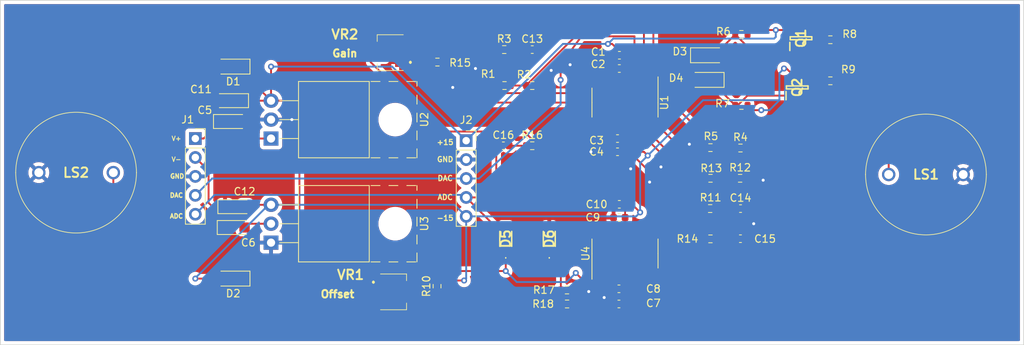
<source format=kicad_pcb>
(kicad_pcb (version 20211014) (generator pcbnew)
  (layers (0 "F.Cu" signal) (31 "B.Cu" signal) (34 "B.Paste" user) (35 "F.Paste" user) (36 "B.SilkS" user "B.Silkscreen") (37 "F.SilkS" user "F.Silkscreen") (38 "B.Mask" user) (39 "F.Mask" user) (44 "Edge.Cuts" user))
  (net 0 "")
  (net 1 "+15V")
  (net 2 "GND")
  (net 3 "-15V")
  (net 4 "powerIn+")
  (net 5 "powerIn-")
  (net 6 "Net-(C13-Pad1)")
  (net 7 "Net-(C13-Pad2)")
  (net 8 "Net-(C14-Pad1)")
  (net 9 "Net-(C14-Pad2)")
  (net 10 "Net-(C15-Pad2)")
  (net 11 "sigOut")
  (net 12 "Net-(C16-Pad2)")
  (net 13 "Net-(U1-Pad7)")
  (net 14 "Net-(R6-Pad2)")
  (net 15 "Net-(R7-Pad1)")
  (net 16 "3.3V")
  (net 17 "sigIn")
  (net 18 "Net-(R8-Pad1)")
  (net 19 "Net-(R9-Pad1)")
  (net 20 "Net-(R1-Pad2)")
  (net 21 "Net-(R4-Pad2)")
  (net 22 "Net-(R10-Pad1)")
  (net 23 "Net-(R12-Pad1)")
  (net 24 "Net-(R13-Pad2)")
  (net 25 "Net-(R15-Pad1)")
  (net 26 "Net-(R16-Pad2)")
  (net 28 "Net-(LS1-Pad1)")
  (footprint "Resistor_SMD:R_0603_1608Metric" (layer "F.Cu") (at 194.3466 67.7672 180)
    (fp_text reference "R5")
    (fp_text value "10k")
  )
  (footprint "SamacSys_Parts:3224W1205E" (layer "F.Cu") (at 151.818 87.122 180)
    (fp_text reference "VR1")
    (fp_text value "3224W-1-103E" hide)
  )
  (footprint "SamacSys_Parts:400ST16M" (layer "F.Cu") (at 218.266 71.374)
    (fp_text reference "LS1")
    (fp_text value "400ST16M" hide)
  )
  (footprint "Resistor_SMD:R_0603_1608Metric" (layer "F.Cu") (at 194.31 75.946 180)
    (fp_text reference "R11")
    (fp_text value "470")
  )
  (footprint "Connector_PinSocket_2.54mm:PinSocket_1x05_P2.54mm_Vertical" (layer "F.Cu") (at 161.569 66.832)
    (fp_text reference "J2")
    (fp_text value "Conn_01x05_Female" hide)
  )
  (footprint "Resistor_SMD:R_0603_1608Metric" (layer "F.Cu") (at 157.7086 56.2864 180)
    (fp_text reference "R15")
    (fp_text value "100")
  )
  (footprint "Capacitor_SMD:C_0603_1608Metric" (layer "F.Cu") (at 170.434 54.61)
    (fp_text reference "C13")
    (fp_text value "100n")
  )
  (footprint "Capacitor_SMD:C_0603_1608Metric" (layer "F.Cu") (at 181.877 66.548 180)
    (fp_text reference "C3")
    (fp_text value "100n")
  )
  (footprint "Capacitor_SMD:C_0603_1608Metric" (layer "F.Cu") (at 182.131 55.372 180)
    (fp_text reference "C1")
    (fp_text value "10n")
  )
  (footprint "SamacSys_Parts:SOT95P240X115-3N" (layer "F.Cu") (at 206.502 53.086 90)
    (fp_text reference "Q1")
    (fp_text value "SS8050-G" hide)
  )
  (footprint "Capacitor_SMD:C_0603_1608Metric" (layer "F.Cu") (at 182.0672 88.7476 180)
    (fp_text reference "C7")
    (fp_text value "10n")
  )
  (footprint "Capacitor_SMD:C_0603_1608Metric" (layer "F.Cu") (at 198.387 75.946)
    (fp_text reference "C14")
    (fp_text value "10n")
  )
  (footprint "Resistor_SMD:R_0603_1608Metric" (layer "F.Cu") (at 194.3547 71.882 180)
    (fp_text reference "R13")
    (fp_text value "390k")
  )
  (footprint "Capacitor_SMD:C_0603_1608Metric" (layer "F.Cu") (at 181.877 68.326 180)
    (fp_text reference "C4")
    (fp_text value "10n")
  )
  (footprint "Capacitor_SMD:C_0603_1608Metric" (layer "F.Cu") (at 182.118 75.373 180)
    (fp_text reference "C10")
    (fp_text value "10n")
  )
  (footprint "SamacSys_Parts:400ST16M" (layer "F.Cu") (at 114.22 71.12 180)
    (fp_text reference "LS2")
    (fp_text value "400ST16M" hide)
  )
  (footprint "Package_TO_SOT_THT:TO-220-3_Horizontal_TabUp" (layer "F.Cu") (at 135.382 66.548 90)
    (fp_text reference "U2")
    (fp_text value "L7815")
  )
  (footprint "Resistor_SMD:R_0603_1608Metric" (layer "F.Cu") (at 170.434 59.436)
    (fp_text reference "R2")
    (fp_text value "12k")
  )
  (footprint "Resistor_SMD:R_0603_1608Metric" (layer "F.Cu") (at 198.501 62.103)
    (fp_text reference "R7")
    (fp_text value "1k")
  )
  (footprint "Package_SO:SOIC-14_3.9x8.7mm_P1.27mm" (layer "F.Cu") (at 182.88 81.977 90)
    (fp_text reference "U4")
    (fp_text value "MC33079")
  )
  (footprint "SamacSys_Parts:B5819WSL" (layer "F.Cu") (at 166.878 80.01 90)
    (fp_text reference "D5")
    (fp_text value "B5819W.SL" hide)
  )
  (footprint "Package_TO_SOT_THT:TO-220-3_Horizontal_TabUp" (layer "F.Cu") (at 135.382 80.518 90)
    (fp_text reference "U3")
    (fp_text value "L7915")
  )
  (footprint "Resistor_SMD:R_0603_1608Metric" (layer "F.Cu") (at 210.439 58.801)
    (fp_text reference "R9")
    (fp_text value "100")
  )
  (footprint "Resistor_SMD:R_0603_1608Metric" (layer "F.Cu") (at 170.434 67.5132)
    (fp_text reference "R16")
    (fp_text value "10k")
  )
  (footprint "Resistor_SMD:R_0603_1608Metric" (layer "F.Cu") (at 175.1076 88.7476 180)
    (fp_text reference "R18")
    (fp_text value "10k")
  )
  (footprint "Resistor_SMD:R_0603_1608Metric" (layer "F.Cu") (at 198.3293 71.882)
    (fp_text reference "R12")
    (fp_text value "1k")
  )
  (footprint "Resistor_SMD:R_0603_1608Metric" (layer "F.Cu") (at 194.347 80.01)
    (fp_text reference "R14")
    (fp_text value "330")
  )
  (footprint "Capacitor_Tantalum_SMD:CP_EIA-3216-18_Kemet-A" (layer "F.Cu") (at 130.556 75.692)
    (fp_text reference "C12")
    (fp_text value "1u")
  )
  (footprint "Diode_SMD:D_SOD-123" (layer "F.Cu") (at 130.302 56.896 180)
    (fp_text reference "D1")
    (fp_text value "1N4148W")
  )
  (footprint "Capacitor_SMD:C_0603_1608Metric" (layer "F.Cu") (at 182.0672 86.7156 180)
    (fp_text reference "C8")
    (fp_text value "100n")
  )
  (footprint "Connector_PinSocket_2.54mm:PinSocket_1x05_P2.54mm_Vertical" (layer "F.Cu") (at 125.222 66.548)
    (fp_text reference "J1")
    (fp_text value "Conn_01x05_Female")
  )
  (footprint "Capacitor_SMD:C_0603_1608Metric" (layer "F.Cu") (at 182.118 77.151 180)
    (fp_text reference "C9")
    (fp_text value "100n")
  )
  (footprint "Diode_SMD:D_SOD-123" (layer "F.Cu") (at 130.302 85.344 180)
    (fp_text reference "D2")
    (fp_text value "1N4148W")
  )
  (footprint "Resistor_SMD:R_0603_1608Metric" (layer "F.Cu") (at 198.501 52.578 180)
    (fp_text reference "R6")
    (fp_text value "1k")
  )
  (footprint "Resistor_SMD:R_0603_1608Metric" (layer "F.Cu") (at 198.374 67.818 180)
    (fp_text reference "R4")
    (fp_text value "6.8k")
  )
  (footprint "Resistor_SMD:R_0603_1608Metric" (layer "F.Cu") (at 157.66 86.36 90)
    (fp_text reference "R10")
    (fp_text value "10k")
  )
  (footprint "SamacSys_Parts:SOT95P240X115-3N" (layer "F.Cu") (at 205.994 59.69 90)
    (fp_text reference "Q2")
    (fp_text value "S8550" hide)
  )
  (footprint "Resistor_SMD:R_0603_1608Metric" (layer "F.Cu") (at 175.0954 86.868)
    (fp_text reference "R17")
    (fp_text value "10k")
  )
  (footprint "Resistor_SMD:R_0603_1608Metric" (layer "F.Cu") (at 210.439 53.2892)
    (fp_text reference "R8")
    (fp_text value "100")
  )
  (footprint "Capacitor_Tantalum_SMD:CP_EIA-3216-18_Kemet-A" (layer "F.Cu") (at 129.968 64.262)
    (fp_text reference "C5")
    (fp_text value "0.33u")
  )
  (footprint "Resistor_SMD:R_0603_1608Metric" (layer "F.Cu") (at 166.6748 54.61)
    (fp_text reference "R3")
    (fp_text value "100k")
  )
  (footprint "SamacSys_Parts:B5819WSL" (layer "F.Cu") (at 172.72 80.01 90)
    (fp_text reference "D6")
    (fp_text value "B5819W.SL" hide)
  )
  (footprint "Capacitor_SMD:C_0603_1608Metric" (layer "F.Cu") (at 198.374 79.985 180)
    (fp_text reference "C15")
    (fp_text value "10n")
  )
  (footprint "Capacitor_Tantalum_SMD:CP_EIA-3216-18_Kemet-A" (layer "F.Cu") (at 130.476 78.486)
    (fp_text reference "C6")
    (fp_text value "2.2u")
  )
  (footprint "Capacitor_Tantalum_SMD:CP_EIA-3216-18_Kemet-A" (layer "F.Cu") (at 130.048 61.468 180)
    (fp_text reference "C11")
    (fp_text value "0.1u")
  )
  (footprint "Diode_SMD:D_SOD-123" (layer "F.Cu") (at 193.928 55.372)
    (fp_text reference "D3")
    (fp_text value "1N4148W")
  )
  (footprint "Diode_SMD:D_SOD-123" (layer "F.Cu") (at 193.928 58.674 180)
    (fp_text reference "D4")
    (fp_text value "1N4148W")
  )
  (footprint "Capacitor_SMD:C_0603_1608Metric" (layer "F.Cu") (at 166.56 67.5132)
    (fp_text reference "C16")
    (fp_text value "100n")
  )
  (footprint "Package_SO:SOIC-14_3.9x8.7mm_P1.27mm" (layer "F.Cu") (at 182.88 61.722 -90)
    (fp_text reference "U1")
    (fp_text value "MC33079")
  )
  (footprint "Resistor_SMD:R_0603_1608Metric" (layer "F.Cu") (at 166.7134 59.436)
    (fp_text reference "R1")
    (fp_text value "33k")
  )
  (footprint "Capacitor_SMD:C_0603_1608Metric" (layer "F.Cu") (at 182.118 57.15 180)
    (fp_text reference "C2")
    (fp_text value "100n")
  )
  (footprint "SamacSys_Parts:3224W1205E" (layer "F.Cu") (at 151.379 55.019)
    (fp_text reference "VR2")
    (fp_text value "3224W-1-103E" hide)
  )
  (gr_rect (start 99.06 94.234) (end 236.381879 48.006) (layer "Edge.Cuts") (width 0.1) (fill none))
  (gr_text "Gain" (at 145.288 55.118) (layer "F.SilkS") (effects (font (size 1 1) (thickness 0.25))))
  (gr_text "ADC" (at 158.75 74.422) (layer "F.SilkS") (effects (font (size 0.7 0.7))))
  (gr_text "DAC" (at 122.682 74.168) (layer "F.SilkS") (effects (font (size 0.6 0.6))))
  (gr_text "GND" (at 122.7836 71.6026) (layer "F.SilkS") (effects (font (size 0.6 0.6))))
  (gr_text "Offset" (at 144.2996 87.4268) (layer "F.SilkS") (effects (font (size 1 1) (thickness 0.25))))
  (gr_text "+15" (at 158.74893 67.046921) (layer "F.SilkS") (effects (font (size 0.7 0.7))))
  (gr_text "V+" (at 122.682 66.548) (layer "F.SilkS") (effects (font (size 0.6 0.6) (thickness 0.125))))
  (gr_text "GND" (at 158.75 69.342) (layer "F.SilkS") (effects (font (size 0.7 0.7))))
  (gr_text "-15" (at 158.75 77.216) (layer "F.SilkS") (effects (font (size 0.7 0.7))))
  (gr_text "V-" (at 122.682 69.342) (layer "F.SilkS") (effects (font (size 0.6 0.6) (thickness 0.125))))
  (gr_text "DAC" (at 158.75 71.882) (layer "F.SilkS") (effects (font (size 0.7 0.7))))
  (gr_text "ADC" (at 122.682 76.962) (layer "F.SilkS") (effects (font (size 0.6 0.6))))
  (segment (start 137.817 61.468) (end 139.192 62.843) (width 0.25) (layer "F.Cu") (net 1))
  (segment (start 135.382 56.896) (end 135.382 61.468) (width 0.25) (layer "F.Cu") (net 1))
  (segment (start 182.906 55.372) (end 182.906 57.137) (width 0.25) (layer "F.Cu") (net 1))
  (segment (start 206.502 51.986) (end 203.116 51.986) (width 0.25) (layer "F.Cu") (net 1))
  (segment (start 182.679528 55.372) (end 181.155528 53.848) (width 0.25) (layer "F.Cu") (net 1))
  (segment (start 182.893 59.234) (end 182.88 59.247) (width 0.25) (layer "F.Cu") (net 1))
  (segment (start 139.192 79.248) (end 150.0416 90.0976) (width 0.25) (layer "F.Cu") (net 1))
  (segment (start 182.88 84.452) (end 182.88 86.6778) (width 0.25) (layer "F.Cu") (net 1))
  (segment (start 182.88 86.6778) (end 182.8422 86.7156) (width 0.25) (layer "F.Cu") (net 1))
  (segment (start 131.398 61.468) (end 135.382 61.468) (width 0.25) (layer "F.Cu") (net 1))
  (segment (start 182.906 55.372) (end 182.679528 55.372) (width 0.25) (layer "F.Cu") (net 1))
  (segment (start 131.952 56.896) (end 131.952 58.038) (width 0.25) (layer "F.Cu") (net 1))
  (segment (start 131.952 58.038) (end 135.382 61.468) (width 0.25) (layer "F.Cu") (net 1))
  (segment (start 139.192 62.843) (end 139.192 79.248) (width 0.25) (layer "F.Cu") (net 1))
  (segment (start 182.8422 86.7156) (end 182.8422 88.7476) (width 0.25) (layer "F.Cu") (net 1))
  (segment (start 182.906 57.137) (end 182.893 57.15) (width 0.25) (layer "F.Cu") (net 1))
  (segment (start 199.918 51.986) (end 199.326 52.578) (width 0.25) (layer "F.Cu") (net 1))
  (segment (start 182.893 57.15) (end 182.893 59.234) (width 0.25) (layer "F.Cu") (net 1))
  (segment (start 182.88 89.154) (end 182.88 84.452) (width 0.25) (layer "F.Cu") (net 1))
  (segment (start 181.155528 53.848) (end 180.594 53.848) (width 0.25) (layer "F.Cu") (net 1))
  (segment (start 150.0416 90.0976) (end 181.9364 90.0976) (width 0.25) (layer "F.Cu") (net 1))
  (segment (start 135.382 61.468) (end 137.817 61.468) (width 0.25) (layer "F.Cu") (net 1))
  (segment (start 203.116 51.986) (end 199.918 51.986) (width 0.25) (layer "F.Cu") (net 1))
  (segment (start 181.9364 90.0976) (end 182.88 89.154) (width 0.25) (layer "F.Cu") (net 1))
  (via (at 135.382 56.896) (size 0.8) (drill 0.4) (layers "F.Cu" "B.Cu") (net 1))
  (via (at 180.594 53.848) (size 0.8) (drill 0.4) (layers "F.Cu" "B.Cu") (net 1))
  (via (at 203.116 51.986) (size 0.8) (drill 0.4) (layers "F.Cu" "B.Cu") (net 1))
  (segment (start 180.594 53.848) (end 181.3052 53.1368) (width 0.25) (layer "B.Cu") (net 1))
  (segment (start 174.553 53.848) (end 180.594 53.848) (width 0.25) (layer "B.Cu") (net 1))
  (segment (start 151.633 56.896) (end 161.569 66.832) (width 0.25) (layer "B.Cu") (net 1))
  (segment (start 181.3052 53.1368) (end 202.8952 53.1368) (width 0.25) (layer "B.Cu") (net 1))
  (segment (start 202.8952 53.1368) (end 203.116 52.916) (width 0.25) (layer "B.Cu") (net 1))
  (segment (start 203.116 52.916) (end 203.116 51.986) (width 0.25) (layer "B.Cu") (net 1))
  (segment (start 135.382 56.896) (end 151.633 56.896) (width 0.25) (layer "B.Cu") (net 1))
  (segment (start 161.569 66.832) (end 174.553 53.848) (width 0.25) (layer "B.Cu") (net 1))
  (segment (start 177.597855 87.082345) (end 178.014345 87.082345) (width 0.25) (layer "F.Cu") (net 2))
  (segment (start 171.259 59.436) (end 171.259 59.119) (width 0.25) (layer "F.Cu") (net 2))
  (segment (start 156.8836 56.2864) (end 156.8836 56.8076) (width 0.25) (layer "F.Cu") (net 2))
  (segment (start 195.517 77.978) (end 200.152 77.978) (width 0.25) (layer "F.Cu") (net 2))
  (segment (start 185.42 72.39) (end 183.642 70.612) (width 0.25) (layer "F.Cu") (net 2))
  (segment (start 135.382 64.008) (end 138.176 64.008) (width 0.25) (layer "F.Cu") (net 2))
  (segment (start 156.8836 56.8076) (end 159.766 59.69) (width 0.25) (layer "F.Cu") (net 2))
  (segment (start 175.9326 88.7476) (end 177.597855 87.082345) (width 0.25) (layer "F.Cu") (net 2))
  (segment (start 201.422 72.136) (end 199.4083 72.136) (width 0.25) (layer "F.Cu") (net 2))
  (segment (start 193.5216 67.7672) (end 191.9732 67.7672) (width 0.25) (layer "F.Cu") (net 2))
  (segment (start 193.485 75.946) (end 195.517 77.978) (width 0.25) (layer "F.Cu") (net 2))
  (segment (start 199.4083 72.136) (end 199.1543 71.882) (width 0.25) (layer "F.Cu") (net 2))
  (segment (start 171.259 59.119) (end 172.974 57.404) (width 0.25) (layer "F.Cu") (net 2))
  (segment (start 181.102 68.326) (end 178.308 68.326) (width 0.25) (layer "F.Cu") (net 2))
  (segment (start 186.182 72.39) (end 185.42 72.39) (width 0.25) (layer "F.Cu") (net 2))
  (segment (start 191.9732 67.7672) (end 191.516 67.31) (width 0.25) (layer "F.Cu") (net 2))
  (via (at 201.422 72.136) (size 0.8) (drill 0.4) (layers "F.Cu" "B.Cu") (net 2))
  (via (at 187.706 70.358) (size 0.8) (drill 0.4) (layers "F.Cu" "B.Cu") (net 2))
  (via (at 178.308 68.326) (size 0.8) (drill 0.4) (layers "F.Cu" "B.Cu") (net 2))
  (via (at 200.152 77.978) (size 0.8) (drill 0.4) (layers "F.Cu" "B.Cu") (net 2))
  (via (at 183.642 70.612) (size 0.8) (drill 0.4) (layers "F.Cu" "B.Cu") (net 2))
  (via (at 138.176 64.008) (size 0.8) (drill 0.4) (layers "F.Cu" "B.Cu") (net 2))
  (via (at 186.182 72.39) (size 0.8) (drill 0.4) (layers "F.Cu" "B.Cu") (net 2))
  (via (at 178.014345 87.082345) (size 0.8) (drill 0.4) (layers "F.Cu" "B.Cu") (net 2))
  (via (at 175.514 56.642) (size 0.8) (drill 0.4) (layers "F.Cu" "B.Cu") (net 2))
  (via (at 172.974 57.404) (size 0.8) (drill 0.4) (layers "F.Cu" "B.Cu") (net 2))
  (via (at 159.766 59.69) (size 0.8) (drill 0.4) (layers "F.Cu" "B.Cu") (net 2))
  (via (at 191.516 67.31) (size 0.8) (drill 0.4) (layers "F.Cu" "B.Cu") (net 2))
  (via (at 180.086 87.884) (size 0.8) (drill 0.4) (layers "F.Cu" "B.Cu") (net 2))
  (via (at 162.814 57.15) (size 0.8) (drill 0.4) (layers "F.Cu" "B.Cu") (net 2))
  (segment (start 191.516 67.31) (end 188.722 67.31) (width 0.25) (layer "B.Cu") (net 2))
  (segment (start 186.69 69.342) (end 186.182 69.85) (width 0.25) (layer "B.Cu") (net 2))
  (segment (start 173.736 56.642) (end 175.514 56.642) (width 0.25) (layer "B.Cu") (net 2))
  (segment (start 200.152 77.978) (end 200.152 73.406) (width 0.25) (layer "B.Cu") (net 2))
  (segment (start 180.594 70.612) (end 183.642 70.612) (width 0.25) (layer "B.Cu") (net 2))
  (segment (start 178.014345 87.082345) (end 179.284345 87.082345) (width 0.25) (layer "B.Cu") (net 2))
  (segment (start 186.69 69.342) (end 187.706 70.358) (width 0.25) (layer "B.Cu") (net 2))
  (segment (start 159.766 59.69) (end 162.306 57.15) (width 0.25) (layer "B.Cu") (net 2))
  (segment (start 200.152 73.406) (end 201.422 72.136) (width 0.25) (layer "B.Cu") (net 2))
  (segment (start 162.306 57.15) (end 162.814 57.15) (width 0.25) (layer "B.Cu") (net 2))
  (segment (start 186.182 69.85) (end 186.182 72.39) (width 0.25) (layer "B.Cu") (net 2))
  (segment (start 178.308 68.326) (end 180.594 70.612) (width 0.25) (layer "B.Cu") (net 2))
  (segment (start 188.722 67.31) (end 186.69 69.342) (width 0.25) (layer "B.Cu") (net 2))
  (segment (start 172.974 57.404) (end 173.736 56.642) (width 0.25) (layer "B.Cu") (net 2))
  (segment (start 179.284345 87.082345) (end 180.086 87.884) (width 0.25) (layer "B.Cu") (net 2))
  (segment (start 201.168 62.738) (end 199.961 62.738) (width 0.25) (layer "F.Cu") (net 3))
  (segment (start 157.66 85.535) (end 157.723 85.598) (width 0.25) (layer "F.Cu") (net 3))
  (segment (start 182.893 75.373) (end 183.831 75.373) (width 0.25) (layer "F.Cu") (net 3))
  (segment (start 185.42 68.326) (end 185.928 68.834) (width 0.25) (layer "F.Cu") (net 3))
  (segment (start 204.216 57.15) (end 204.554 57.15) (width 0.25) (layer "F.Cu") (net 3))
  (segment (start 199.961 62.738) (end 199.326 62.103) (width 0.25) (layer "F.Cu") (net 3))
  (segment (start 132.16 75.438) (end 135.382 75.438) (width 0.25) (layer "F.Cu") (net 3))
  (segment (start 183.831 75.373) (end 184.912 76.454) (width 0.25) (layer "F.Cu") (net 3))
  (segment (start 204.554 57.15) (end 205.994 58.59) (width 0.25) (layer "F.Cu") (net 3))
  (segment (start 131.906 75.692) (end 132.16 75.438) (width 0.25) (layer "F.Cu") (net 3))
  (segment (start 182.652 66.548) (end 182.652 64.425) (width 0.25) (layer "F.Cu") (net 3))
  (segment (start 125.222 85.344) (end 128.652 85.344) (width 0.25) (layer "F.Cu") (net 3))
  (segment (start 182.652 64.425) (end 182.88 64.197) (width 0.25) (layer "F.Cu") (net 3))
  (segment (start 182.893 75.373) (end 182.893 77.151) (width 0.25) (layer "F.Cu") (net 3))
  (segment (start 157.723 85.598) (end 161.29 85.598) (width 0.25) (layer "F.Cu") (net 3))
  (segment (start 182.652 68.326) (end 182.652 66.548) (width 0.25) (layer "F.Cu") (net 3))
  (segment (start 182.893 77.151) (end 182.893 79.489) (width 0.25) (layer "F.Cu") (net 3))
  (segment (start 182.893 79.489) (end 182.88 79.502) (width 0.25) (layer "F.Cu") (net 3))
  (segment (start 182.652 68.326) (end 185.42 68.326) (width 0.25) (layer "F.Cu") (net 3))
  (via (at 125.222 85.344) (size 0.8) (drill 0.4) (layers "F.Cu" "B.Cu") (net 3))
  (via (at 204.216 57.15) (size 0.8) (drill 0.4) (layers "F.Cu" "B.Cu") (net 3))
  (via (at 184.912 76.454) (size 0.8) (drill 0.4) (layers "F.Cu" "B.Cu") (net 3))
  (via (at 201.168 62.738) (size 0.8) (drill 0.4) (layers "F.Cu" "B.Cu") (net 3))
  (via (at 185.928 68.834) (size 0.8) (drill 0.4) (layers "F.Cu" "B.Cu") (net 3))
  (via (at 161.29 85.598) (size 0.8) (drill 0.4) (layers "F.Cu" "B.Cu") (net 3))
  (segment (start 161.29 85.598) (end 161.569 85.319) (width 0.25) (layer "B.Cu") (net 3))
  (segment (start 184.912 69.85) (end 185.928 68.834) (width 0.25) (layer "B.Cu") (net 3))
  (segment (start 135.382 75.438) (end 160.015 75.438) (width 0.25) (layer "B.Cu") (net 3))
  (segment (start 184.374 76.992) (end 184.912 76.454) (width 0.25) (layer "B.Cu") (net 3))
  (segment (start 203.602 61.403) (end 203.602 57.764) (width 0.25) (layer "B.Cu") (net 3))
  (segment (start 125.2728 85.2932) (end 125.222 85.344) (width 0.25) (layer "B.Cu") (net 3))
  (segment (start 202.267 62.738) (end 201.168 62.738) (width 0.25) (layer "B.Cu") (net 3))
  (segment (start 203.602 57.764) (end 204.216 57.15) (width 0.25) (layer "B.Cu") (net 3))
  (segment (start 184.912 76.454) (end 184.912 69.85) (width 0.25) (layer "B.Cu") (net 3))
  (segment (start 203.602 61.403) (end 202.267 62.738) (width 0.25) (layer "B.Cu") (net 3))
  (segment (start 161.569 76.992) (end 184.374 76.992) (width 0.25) (layer "B.Cu") (net 3))
  (segment (start 160.015 75.438) (end 161.569 76.992) (width 0.25) (layer "B.Cu") (net 3))
  (segment (start 161.569 85.319) (end 161.569 76.992) (width 0.25) (layer "B.Cu") (net 3))
  (segment (start 185.928 68.834) (end 193.359 61.403) (width 0.25) (layer "B.Cu") (net 3))
  (segment (start 135.382 75.438) (end 135.0518 75.438) (width 0.25) (layer "B.Cu") (net 3))
  (segment (start 125.2728 85.217) (end 125.2728 85.2932) (width 0.25) (layer "B.Cu") (net 3))
  (segment (start 193.359 61.403) (end 203.602 61.403) (width 0.25) (layer "B.Cu") (net 3))
  (segment (start 135.0518 75.438) (end 125.2728 85.217) (width 0.25) (layer "B.Cu") (net 3))
  (segment (start 128.618 64.262) (end 126.332 66.548) (width 0.25) (layer "F.Cu") (net 4))
  (segment (start 135.382 66.548) (end 130.904 66.548) (width 0.25) (layer "F.Cu") (net 4))
  (segment (start 126.332 66.548) (end 125.222 66.548) (width 0.25) (layer "F.Cu") (net 4))
  (segment (start 130.904 66.548) (end 128.618 64.262) (width 0.25) (layer "F.Cu") (net 4))
  (segment (start 130.281 76.941) (end 128.766827 76.941) (width 0.25) (layer "F.Cu") (net 5))
  (segment (start 131.826 78.486) (end 132.334 77.978) (width 0.25) (layer "F.Cu") (net 5))
  (segment (start 127 75.174173) (end 127 70.866) (width 0.25) (layer "F.Cu") (net 5))
  (segment (start 132.334 77.978) (end 135.382 77.978) (width 0.25) (layer "F.Cu") (net 5))
  (segment (start 127 70.866) (end 125.222 69.088) (width 0.25) (layer "F.Cu") (net 5))
  (segment (start 128.766827 76.941) (end 127 75.174173) (width 0.25) (layer "F.Cu") (net 5))
  (segment (start 131.826 78.486) (end 130.281 76.941) (width 0.25) (layer "F.Cu") (net 5))
  (segment (start 167.4998 54.61) (end 169.659 54.61) (width 0.25) (layer "F.Cu") (net 6))
  (segment (start 175.440432 60.452) (end 178.495432 57.397) (width 0.25) (layer "F.Cu") (net 6))
  (segment (start 178.495432 57.397) (end 180.207462 57.397) (width 0.25) (layer "F.Cu") (net 6))
  (segment (start 165.616227 60.452) (end 175.440432 60.452) (width 0.25) (layer "F.Cu") (net 6))
  (segment (start 180.207462 57.397) (end 181.61 58.799538) (width 0.25) (layer "F.Cu") (net 6))
  (segment (start 165.1134 58.922827) (end 165.1134 59.949173) (width 0.25) (layer "F.Cu") (net 6))
  (segment (start 165.1134 59.949173) (end 165.616227 60.452) (width 0.25) (layer "F.Cu") (net 6))
  (segment (start 181.61 58.799538) (end 181.61 59.247) (width 0.25) (layer "F.Cu") (net 6))
  (segment (start 169.659 54.61) (end 169.426227 54.61) (width 0.25) (layer "F.Cu") (net 6))
  (segment (start 169.426227 54.61) (end 165.1134 58.922827) (width 0.25) (layer "F.Cu") (net 6))
  (segment (start 171.209 55.867) (end 171.209 54.61) (width 0.25) (layer "F.Cu") (net 7))
  (segment (start 165.8884 59.436) (end 166.156528 59.436) (width 0.25) (layer "F.Cu") (net 7))
  (segment (start 166.156528 59.436) (end 168.696528 56.896) (width 0.25) (layer "F.Cu") (net 7))
  (segment (start 186.69 51.562) (end 174.257 51.562) (width 0.25) (layer "F.Cu") (net 7))
  (segment (start 170.18 56.896) (end 171.209 55.867) (width 0.25) (layer "F.Cu") (net 7))
  (segment (start 174.257 51.562) (end 171.209 54.61) (width 0.25) (layer "F.Cu") (net 7))
  (segment (start 186.69 59.247) (end 186.69 51.562) (width 0.25) (layer "F.Cu") (net 7))
  (segment (start 168.696528 56.896) (end 170.18 56.896) (width 0.25) (layer "F.Cu") (net 7))
  (segment (start 184.15 64.961) (end 184.15 64.197) (width 0.25) (layer "F.Cu") (net 8))
  (segment (start 195.135 75.946) (end 197.612 75.946) (width 0.25) (layer "F.Cu") (net 8))
  (segment (start 195.135 75.946) (end 184.15 64.961) (width 0.25) (layer "F.Cu") (net 8))
  (segment (start 189.839217 90.5476) (end 128.6476 90.5476) (width 0.25) (layer "F.Cu") (net 9))
  (segment (start 128.6476 90.5476) (end 114.22 76.12) (width 0.25) (layer "F.Cu") (net 9))
  (segment (start 200.877 79.509817) (end 189.839217 90.5476) (width 0.25) (layer "F.Cu") (net 9))
  (segment (start 114.22 76.12) (end 114.22 71.12) (width 0.25) (layer "F.Cu") (net 9))
  (segment (start 199.162 75.946) (end 200.877 77.661) (width 0.25) (layer "F.Cu") (net 9))
  (segment (start 200.877 77.661) (end 200.877 79.509817) (width 0.25) (layer "F.Cu") (net 9))
  (segment (start 184.338 69.176) (end 176.618 69.176) (width 0.25) (layer "F.Cu") (net 10))
  (segment (start 195.172 80.01) (end 197.574 80.01) (width 0.25) (layer "F.Cu") (net 10))
  (segment (start 195.172 80.01) (end 184.338 69.176) (width 0.25) (layer "F.Cu") (net 10))
  (segment (start 176.53 67.444106) (end 178.810356 67.444106) (width 0.25) (layer "F.Cu") (net 10))
  (segment (start 178.810356 67.444106) (end 181.61 64.644462) (width 0.25) (layer "F.Cu") (net 10))
  (segment (start 176.53 69.088) (end 176.53 67.444106) (width 0.25) (layer "F.Cu") (net 10))
  (segment (start 176.618 69.176) (end 176.53 69.088) (width 0.25) (layer "F.Cu") (net 10))
  (segment (start 197.574 80.01) (end 197.599 79.985) (width 0.25) (layer "F.Cu") (net 10))
  (segment (start 181.61 64.644462) (end 181.61 64.197) (width 0.25) (layer "F.Cu") (net 10))
  (segment (start 174.2826 86.8802) (end 174.2704 86.868) (width 0.25) (layer "F.Cu") (net 11))
  (segment (start 174.2826 88.7476) (end 174.2826 86.8802) (width 0.25) (layer "F.Cu") (net 11))
  (segment (start 169.322 78.39) (end 166.878 78.39) (width 0.25) (layer "F.Cu") (net 11))
  (segment (start 165.608 72.898) (end 165.608 67.6902) (width 0.25) (layer "F.Cu") (net 11))
  (segment (start 165.608 72.898) (end 164.054 74.452) (width 0.25) (layer "F.Cu") (net 11))
  (segment (start 165.507 78.39) (end 161.569 74.452) (width 0.25) (layer "F.Cu") (net 11))
  (segment (start 169.672 81.534) (end 169.672 78.74) (width 0.25) (layer "F.Cu") (net 11))
  (segment (start 172.72 81.63) (end 169.768 81.63) (width 0.25) (layer "F.Cu") (net 11))
  (segment (start 170.9684 83.8464) (end 169.672 82.55) (width 0.25) (layer "F.Cu") (net 11))
  (segment (start 169.672 82.55) (end 169.672 81.534) (width 0.25) (layer "F.Cu") (net 11))
  (segment (start 165.608 67.6902) (end 165.785 67.5132) (width 0.25) (layer "F.Cu") (net 11))
  (segment (start 169.768 81.63) (end 169.672 81.534) (width 0.25) (layer "F.Cu") (net 11))
  (segment (start 166.878 78.39) (end 165.507 78.39) (width 0.25) (layer "F.Cu") (net 11))
  (segment (start 174.2704 83.8464) (end 170.9684 83.8464) (width 0.25) (layer "F.Cu") (net 11))
  (segment (start 164.054 74.452) (end 161.569 74.452) (width 0.25) (layer "F.Cu") (net 11))
  (segment (start 169.672 78.74) (end 169.322 78.39) (width 0.25) (layer "F.Cu") (net 11))
  (segment (start 174.2704 86.868) (end 174.2704 83.8464) (width 0.25) (layer "F.Cu") (net 11))
  (segment (start 125.222 76.708) (end 127.8195 74.1105) (width 0.25) (layer "B.Cu") (net 11))
  (segment (start 161.853 74.168) (end 161.569 74.452) (width 0.25) (layer "B.Cu") (net 11))
  (segment (start 127.8195 74.1105) (end 161.2275 74.1105) (width 0.25) (layer "B.Cu") (net 11))
  (segment (start 161.2275 74.1105) (end 161.569 74.452) (width 0.25) (layer "B.Cu") (net 11))
  (segment (start 169.609 67.5132) (end 167.335 67.5132) (width 0.25) (layer "F.Cu") (net 12))
  (segment (start 179.07 59.247) (end 179.07 59.702) (width 0.25) (layer "F.Cu") (net 13))
  (segment (start 192.278 58.674) (end 192.278 55.372) (width 0.25) (layer "F.Cu") (net 13))
  (segment (start 179.07 59.702) (end 179.965 60.597) (width 0.25) (layer "F.Cu") (net 13))
  (segment (start 192.278 58.674) (end 191.197 58.674) (width 0.25) (layer "F.Cu") (net 13))
  (segment (start 179.965 60.597) (end 189.274 60.597) (width 0.25) (layer "F.Cu") (net 13))
  (segment (start 191.197 58.674) (end 189.274 60.597) (width 0.25) (layer "F.Cu") (net 13))
  (segment (start 195.578 55.372) (end 195.578 54.676) (width 0.25) (layer "F.Cu") (net 14))
  (segment (start 199.284 54.186) (end 205.552 54.186) (width 0.25) (layer "F.Cu") (net 14))
  (segment (start 197.676 52.578) (end 199.284 54.186) (width 0.25) (layer "F.Cu") (net 14))
  (segment (start 195.578 54.676) (end 197.676 52.578) (width 0.25) (layer "F.Cu") (net 14))
  (segment (start 199.306 60.79) (end 205.044 60.79) (width 0.25) (layer "F.Cu") (net 15))
  (segment (start 195.578 60.005) (end 197.676 62.103) (width 0.25) (layer "F.Cu") (net 15))
  (segment (start 197.993 62.103) (end 199.306 60.79) (width 0.25) (layer "F.Cu") (net 15))
  (segment (start 195.578 58.674) (end 195.578 60.005) (width 0.25) (layer "F.Cu") (net 15))
  (segment (start 197.676 62.103) (end 197.993 62.103) (width 0.25) (layer "F.Cu") (net 15))
  (segment (start 166.878 84.328) (end 153.492 84.328) (width 0.25) (layer "F.Cu") (net 16))
  (segment (start 175.9204 86.868) (end 176.654 86.868) (width 0.25) (layer "F.Cu") (net 16))
  (segment (start 176.654 86.868) (end 177.608 85.914) (width 0.25) (layer "F.Cu") (net 16))
  (segment (start 176.276 84.582) (end 177.608 85.914) (width 0.25) (layer "F.Cu") (net 16))
  (segment (start 151.638 86.182) (end 151.638 87.082) (width 0.25) (layer "F.Cu") (net 16))
  (segment (start 153.492 84.328) (end 151.638 86.182) (width 0.25) (layer "F.Cu") (net 16))
  (segment (start 177.608 85.914) (end 179.07 84.452) (width 0.25) (layer "F.Cu") (net 16))
  (segment (start 166.878 84.328) (end 166.878 81.63) (width 0.25) (layer "F.Cu") (net 16))
  (segment (start 151.638 87.082) (end 150.368 88.352) (width 0.25) (layer "F.Cu") (net 16))
  (via (at 166.878 84.328) (size 0.8) (drill 0.4) (layers "F.Cu" "B.Cu") (net 16))
  (via (at 176.276 84.582) (size 0.8) (drill 0.4) (layers "F.Cu" "B.Cu") (net 16))
  (segment (start 168.353 85.803) (end 175.055 85.803) (width 0.25) (layer "B.Cu") (net 16))
  (segment (start 166.878 84.328) (end 168.353 85.803) (width 0.25) (layer "B.Cu") (net 16))
  (segment (start 175.055 85.803) (end 176.276 84.582) (width 0.25) (layer "B.Cu") (net 16))
  (segment (start 184.15 52.832) (end 184.15 59.247) (width 0.25) (layer "F.Cu") (net 17))
  (segment (start 177.038 52.832) (end 184.15 52.832) (width 0.25) (layer "F.Cu") (net 17))
  (segment (start 174.244 58.674) (end 174.244 56.642) (width 0.25) (layer "F.Cu") (net 17))
  (segment (start 174.244 56.642) (end 177.038 52.832) (width 0.25) (layer "F.Cu") (net 17))
  (via (at 174.244 58.674) (size 0.8) (drill 0.4) (layers "F.Cu" "B.Cu") (net 17))
  (segment (start 127.478 71.912) (end 125.222 74.168) (width 0.25) (layer "B.Cu") (net 17))
  (segment (start 174.244 58.674) (end 174.244 61.976) (width 0.25) (layer "B.Cu") (net 17))
  (segment (start 174.244 61.976) (end 163.292 71.912) (width 0.25) (layer "B.Cu") (net 17))
  (segment (start 161.569 71.912) (end 127.478 71.912) (width 0.25) (layer "B.Cu") (net 17))
  (segment (start 163.292 71.912) (end 161.569 71.912) (width 0.25) (layer "B.Cu") (net 17))
  (segment (start 208.7172 54.186) (end 209.614 53.2892) (width 0.25) (layer "F.Cu") (net 18))
  (segment (start 207.452 54.186) (end 208.7172 54.186) (width 0.25) (layer "F.Cu") (net 18))
  (segment (start 206.944 60.79) (end 207.625 60.79) (width 0.25) (layer "F.Cu") (net 19))
  (segment (start 207.625 60.79) (end 209.614 58.801) (width 0.25) (layer "F.Cu") (net 19))
  (segment (start 185.42 59.247) (end 185.42 52.324) (width 0.25) (layer "F.Cu") (net 20))
  (segment (start 185.42 52.324) (end 176.721 52.324) (width 0.25) (layer "F.Cu") (net 20))
  (segment (start 176.721 52.324) (end 169.609 59.436) (width 0.25) (layer "F.Cu") (net 20))
  (segment (start 169.609 59.436) (end 167.5384 59.436) (width 0.25) (layer "F.Cu") (net 20))
  (segment (start 178.395 58.204538) (end 178.395 60.289462) (width 0.25) (layer "F.Cu") (net 21))
  (segment (start 180.34 59.247) (end 180.34 58.799538) (width 0.25) (layer "F.Cu") (net 21))
  (segment (start 190.5752 63.1708) (end 195.1716 67.7672) (width 0.25) (layer "F.Cu") (net 21))
  (segment (start 195.1716 67.7672) (end 197.4982 67.7672) (width 0.25) (layer "F.Cu") (net 21))
  (segment (start 179.437462 57.897) (end 178.702538 57.897) (width 0.25) (layer "F.Cu") (net 21))
  (segment (start 180.34 58.799538) (end 179.437462 57.897) (width 0.25) (layer "F.Cu") (net 21))
  (segment (start 179.319538 61.214) (end 189.992 61.214) (width 0.25) (layer "F.Cu") (net 21))
  (segment (start 189.992 61.214) (end 190.5 61.722) (width 0.25) (layer "F.Cu") (net 21))
  (segment (start 178.395 60.289462) (end 179.319538 61.214) (width 0.25) (layer "F.Cu") (net 21))
  (segment (start 178.702538 57.897) (end 178.395 58.204538) (width 0.25) (layer "F.Cu") (net 21))
  (segment (start 190.5 63.0956) (end 190.5752 63.1708) (width 0.25) (layer "F.Cu") (net 21))
  (segment (start 190.5 61.722) (end 190.5 63.0956) (width 0.25) (layer "F.Cu") (net 21))
  (segment (start 197.4982 67.7672) (end 197.549 67.818) (width 0.25) (layer "F.Cu") (net 21))
  (segment (start 160.0726 89.5976) (end 176.5944 89.5976) (width 0.25) (layer "F.Cu") (net 22))
  (segment (start 157.577 87.102) (end 153.268 87.102) (width 0.25) (layer "F.Cu") (net 22))
  (segment (start 180.34 85.852) (end 180.34 84.452) (width 0.25) (layer "F.Cu") (net 22))
  (segment (start 157.66 87.185) (end 160.0726 89.5976) (width 0.25) (layer "F.Cu") (net 22))
  (segment (start 176.5944 89.5976) (end 180.34 85.852) (width 0.25) (layer "F.Cu") (net 22))
  (segment (start 157.66 87.185) (end 157.577 87.102) (width 0.25) (layer "F.Cu") (net 22))
  (segment (start 194.3297 72.732) (end 193.091527 72.732) (width 0.25) (layer "F.Cu") (net 23))
  (segment (start 195.1797 71.882) (end 197.5043 71.882) (width 0.25) (layer "F.Cu") (net 23))
  (segment (start 185.42 65.060473) (end 185.42 64.197) (width 0.25) (layer "F.Cu") (net 23))
  (segment (start 195.1797 71.882) (end 194.3297 72.732) (width 0.25) (layer "F.Cu") (net 23))
  (segment (start 193.091527 72.732) (end 185.42 65.060473) (width 0.25) (layer "F.Cu") (net 23))
  (segment (start 193.5297 71.0367) (end 192.5645 70.0715) (width 0.25) (layer "F.Cu") (net 24))
  (segment (start 193.522 80.01) (end 195.178 81.666) (width 0.25) (layer "F.Cu") (net 24))
  (segment (start 192.5645 70.0715) (end 186.69 64.197) (width 0.25) (layer "F.Cu") (net 24))
  (segment (start 196.506473 69.596) (end 193.04 69.596) (width 0.25) (layer "F.Cu") (net 24))
  (segment (start 196.760473 69.85) (end 196.506473 69.596) (width 0.25) (layer "F.Cu") (net 24))
  (segment (start 193.5297 71.882) (end 193.5297 71.0367) (width 0.25) (layer "F.Cu") (net 24))
  (segment (start 193.04 69.596) (end 192.5645 70.0715) (width 0.25) (layer "F.Cu") (net 24))
  (segment (start 180.34 63.749538) (end 178.312462 61.722) (width 0.25) (layer "F.Cu") (net 25))
  (segment (start 156.924373 55.039) (end 158.171773 56.2864) (width 0.25) (layer "F.Cu") (net 25))
  (segment (start 178.312462 61.722) (end 163.83 61.722) (width 0.25) (layer "F.Cu") (net 25))
  (segment (start 180.34 64.197) (end 180.34 63.749538) (width 0.25) (layer "F.Cu") (net 25))
  (segment (start 149.929 55.039) (end 156.924373 55.039) (width 0.25) (layer "F.Cu") (net 25))
  (segment (start 158.171773 56.2864) (end 158.5336 56.2864) (width 0.25) (layer "F.Cu") (net 25))
  (segment (start 158.5336 56.4256) (end 158.5336 56.2864) (width 0.25) (layer "F.Cu") (net 25))
  (segment (start 163.83 61.722) (end 158.5336 56.4256) (width 0.25) (layer "F.Cu") (net 25))
  (segment (start 175.7538 67.5132) (end 179.07 64.197) (width 0.25) (layer "F.Cu") (net 26))
  (segment (start 151.779 52.889) (end 149.529 52.889) (width 0.25) (layer "F.Cu") (net 26))
  (segment (start 148.754 56.298) (end 158.063 65.607) (width 0.25) (layer "F.Cu") (net 26))
  (segment (start 152.679 53.789) (end 151.779 52.889) (width 0.25) (layer "F.Cu") (net 26))
  (segment (start 171.259 67.5132) (end 175.7538 67.5132) (width 0.25) (layer "F.Cu") (net 26))
  (segment (start 148.754 53.664) (end 148.754 56.298) (width 0.25) (layer "F.Cu") (net 26))
  (segment (start 158.063 65.607) (end 169.3528 65.607) (width 0.25) (layer "F.Cu") (net 26))
  (segment (start 152.829 53.789) (end 152.679 53.789) (width 0.25) (layer "F.Cu") (net 26))
  (segment (start 149.529 52.889) (end 148.754 53.664) (width 0.25) (layer "F.Cu") (net 26))
  (segment (start 169.3528 65.607) (end 171.259 67.5132) (width 0.25) (layer "F.Cu") (net 26))
  (segment (start 218.266 65.803) (end 218.266 71.374) (width 0.25) (layer "F.Cu") (net 28))
  (segment (start 202.247 67.818) (end 211.264 58.801) (width 0.25) (layer "F.Cu") (net 28))
  (segment (start 211.264 58.801) (end 218.266 65.803) (width 0.25) (layer "F.Cu") (net 28))
  (segment (start 199.199 67.818) (end 202.247 67.818) (width 0.25) (layer "F.Cu") (net 28))
  (segment (start 211.264 53.2892) (end 211.264 58.801) (width 0.25) (layer "F.Cu") (net 28))
  (zone (net 2) (net_name "GND") (layers F&B.Cu) (connect_pads (clearance 0.508)) (min_thickness 0.254) (fill yes (thermal_gap 0.508) (thermal_bridge_width 0.508))
    (polygon (pts (xy 236.22 93.98) (xy 99.06 93.98) (xy 99.06 48.26) (xy 236.22 48.26)))
  )
)
</source>
